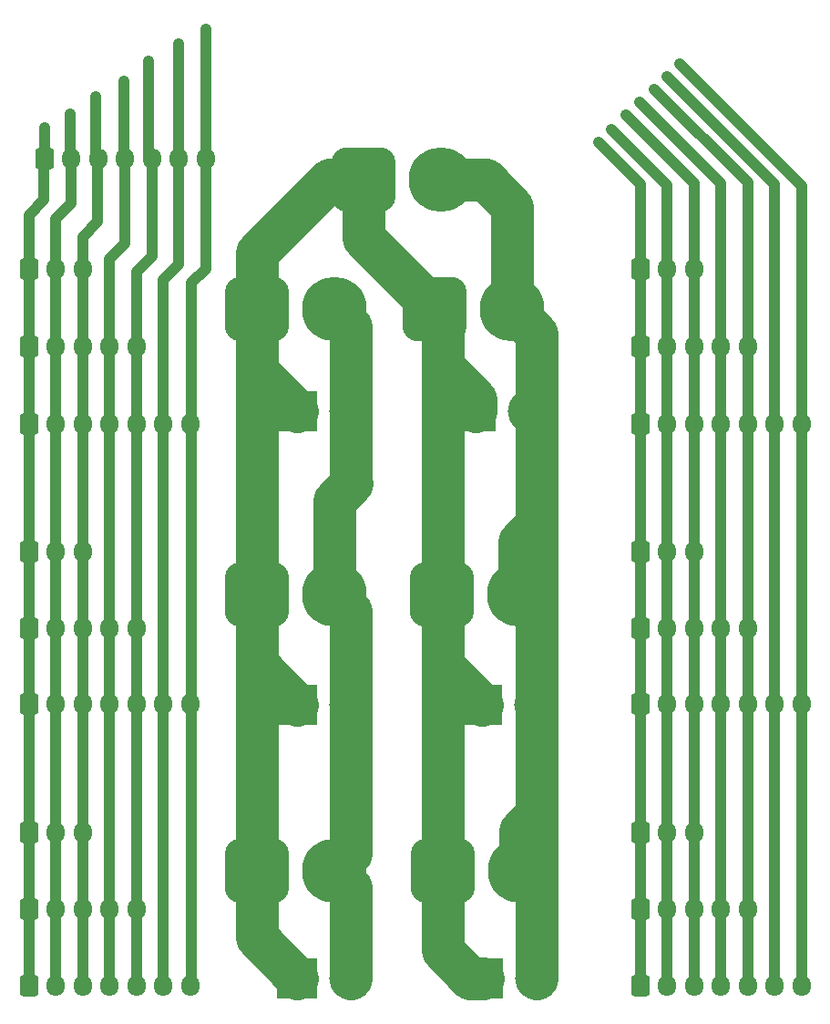
<source format=gbr>
%TF.GenerationSoftware,KiCad,Pcbnew,(5.99.0-10650-gfdcc49d3ee)*%
%TF.CreationDate,2021-06-18T14:28:24+02:00*%
%TF.ProjectId,lipo_parallel_board,6c69706f-5f70-4617-9261-6c6c656c5f62,rev?*%
%TF.SameCoordinates,Original*%
%TF.FileFunction,Copper,L1,Top*%
%TF.FilePolarity,Positive*%
%FSLAX46Y46*%
G04 Gerber Fmt 4.6, Leading zero omitted, Abs format (unit mm)*
G04 Created by KiCad (PCBNEW (5.99.0-10650-gfdcc49d3ee)) date 2021-06-18 14:28:24*
%MOMM*%
%LPD*%
G01*
G04 APERTURE LIST*
G04 Aperture macros list*
%AMRoundRect*
0 Rectangle with rounded corners*
0 $1 Rounding radius*
0 $2 $3 $4 $5 $6 $7 $8 $9 X,Y pos of 4 corners*
0 Add a 4 corners polygon primitive as box body*
4,1,4,$2,$3,$4,$5,$6,$7,$8,$9,$2,$3,0*
0 Add four circle primitives for the rounded corners*
1,1,$1+$1,$2,$3*
1,1,$1+$1,$4,$5*
1,1,$1+$1,$6,$7*
1,1,$1+$1,$8,$9*
0 Add four rect primitives between the rounded corners*
20,1,$1+$1,$2,$3,$4,$5,0*
20,1,$1+$1,$4,$5,$6,$7,0*
20,1,$1+$1,$6,$7,$8,$9,0*
20,1,$1+$1,$8,$9,$2,$3,0*%
G04 Aperture macros list end*
%TA.AperFunction,ComponentPad*%
%ADD10RoundRect,0.250000X-0.600000X-0.725000X0.600000X-0.725000X0.600000X0.725000X-0.600000X0.725000X0*%
%TD*%
%TA.AperFunction,ComponentPad*%
%ADD11O,1.700000X1.950000*%
%TD*%
%TA.AperFunction,ComponentPad*%
%ADD12RoundRect,1.500000X-1.500000X-1.500000X1.500000X-1.500000X1.500000X1.500000X-1.500000X1.500000X0*%
%TD*%
%TA.AperFunction,ComponentPad*%
%ADD13C,6.000000*%
%TD*%
%TA.AperFunction,ComponentPad*%
%ADD14R,3.800000X3.800000*%
%TD*%
%TA.AperFunction,ComponentPad*%
%ADD15C,4.000000*%
%TD*%
%TA.AperFunction,ViaPad*%
%ADD16C,1.000000*%
%TD*%
%TA.AperFunction,Conductor*%
%ADD17C,1.000000*%
%TD*%
%TA.AperFunction,Conductor*%
%ADD18C,4.000000*%
%TD*%
G04 APERTURE END LIST*
D10*
%TO.P,J2,1,Pin_1*%
%TO.N,Net-(J1-Pad1)*%
X154552000Y-116700000D03*
D11*
%TO.P,J2,2,Pin_2*%
%TO.N,Net-(J1-Pad2)*%
X157052000Y-116700000D03*
%TO.P,J2,3,Pin_3*%
%TO.N,Net-(J1-Pad3)*%
X159552000Y-116700000D03*
%TD*%
D10*
%TO.P,J3,1,Pin_1*%
%TO.N,Net-(J1-Pad1)*%
X97750000Y-64397400D03*
D11*
%TO.P,J3,2,Pin_2*%
%TO.N,Net-(J1-Pad2)*%
X100250000Y-64397400D03*
%TO.P,J3,3,Pin_3*%
%TO.N,Net-(J1-Pad3)*%
X102750000Y-64397400D03*
%TD*%
D12*
%TO.P,J15,1,Pin_1*%
%TO.N,Net-(J12-Pad1)*%
X136106400Y-94650000D03*
D13*
%TO.P,J15,2,Pin_2*%
%TO.N,Net-(J12-Pad2)*%
X143306400Y-94650000D03*
%TD*%
D12*
%TO.P,J25,1,Pin_1*%
%TO.N,Net-(J12-Pad1)*%
X118950000Y-68175000D03*
D13*
%TO.P,J25,2,Pin_2*%
%TO.N,Net-(J12-Pad2)*%
X126150000Y-68175000D03*
%TD*%
D10*
%TO.P,J30,1,Pin_1*%
%TO.N,Net-(J1-Pad1)*%
X154552000Y-97750000D03*
D11*
%TO.P,J30,2,Pin_2*%
%TO.N,Net-(J1-Pad2)*%
X157052000Y-97750000D03*
%TO.P,J30,3,Pin_3*%
%TO.N,Net-(J1-Pad3)*%
X159552000Y-97750000D03*
%TO.P,J30,4,Pin_4*%
%TO.N,Net-(J1-Pad4)*%
X162052000Y-97750000D03*
%TO.P,J30,5,Pin_5*%
%TO.N,Net-(J1-Pad5)*%
X164552000Y-97750000D03*
%TD*%
D10*
%TO.P,J22,1,Pin_1*%
%TO.N,Net-(J1-Pad1)*%
X154552000Y-130950000D03*
D11*
%TO.P,J22,2,Pin_2*%
%TO.N,Net-(J1-Pad2)*%
X157052000Y-130950000D03*
%TO.P,J22,3,Pin_3*%
%TO.N,Net-(J1-Pad3)*%
X159552000Y-130950000D03*
%TO.P,J22,4,Pin_4*%
%TO.N,Net-(J1-Pad4)*%
X162052000Y-130950000D03*
%TO.P,J22,5,Pin_5*%
%TO.N,Net-(J1-Pad5)*%
X164552000Y-130950000D03*
%TO.P,J22,6,Pin_6*%
%TO.N,Net-(J1-Pad6)*%
X167052000Y-130950000D03*
%TO.P,J22,7,Pin_7*%
%TO.N,Net-(J1-Pad7)*%
X169552000Y-130950000D03*
%TD*%
D10*
%TO.P,J31,1,Pin_1*%
%TO.N,Net-(J1-Pad1)*%
X97750000Y-104800000D03*
D11*
%TO.P,J31,2,Pin_2*%
%TO.N,Net-(J1-Pad2)*%
X100250000Y-104800000D03*
%TO.P,J31,3,Pin_3*%
%TO.N,Net-(J1-Pad3)*%
X102750000Y-104800000D03*
%TO.P,J31,4,Pin_4*%
%TO.N,Net-(J1-Pad4)*%
X105250000Y-104800000D03*
%TO.P,J31,5,Pin_5*%
%TO.N,Net-(J1-Pad5)*%
X107750000Y-104800000D03*
%TO.P,J31,6,Pin_6*%
%TO.N,Net-(J1-Pad6)*%
X110250000Y-104800000D03*
%TO.P,J31,7,Pin_7*%
%TO.N,Net-(J1-Pad7)*%
X112750000Y-104800000D03*
%TD*%
D14*
%TO.P,J8,1,Pin_1*%
%TO.N,Net-(J12-Pad1)*%
X139219800Y-77625000D03*
D15*
%TO.P,J8,2,Pin_2*%
%TO.N,Net-(J12-Pad2)*%
X144219800Y-77625000D03*
%TD*%
D10*
%TO.P,J26,1,Pin_1*%
%TO.N,Net-(J1-Pad1)*%
X97750000Y-116700000D03*
D11*
%TO.P,J26,2,Pin_2*%
%TO.N,Net-(J1-Pad2)*%
X100250000Y-116700000D03*
%TO.P,J26,3,Pin_3*%
%TO.N,Net-(J1-Pad3)*%
X102750000Y-116700000D03*
%TD*%
D12*
%TO.P,J9,1,Pin_1*%
%TO.N,Net-(J12-Pad1)*%
X136170800Y-120250000D03*
D13*
%TO.P,J9,2,Pin_2*%
%TO.N,Net-(J12-Pad2)*%
X143370800Y-120250000D03*
%TD*%
D12*
%TO.P,J28,1,Pin_1*%
%TO.N,Net-(J12-Pad1)*%
X128850000Y-56125000D03*
D13*
%TO.P,J28,2,Pin_2*%
%TO.N,Net-(J12-Pad2)*%
X136050000Y-56125000D03*
%TD*%
D12*
%TO.P,J19,1,Pin_1*%
%TO.N,Net-(J12-Pad1)*%
X135469800Y-68175000D03*
D13*
%TO.P,J19,2,Pin_2*%
%TO.N,Net-(J12-Pad2)*%
X142669800Y-68175000D03*
%TD*%
D10*
%TO.P,J27,1,Pin_1*%
%TO.N,Net-(J1-Pad1)*%
X97750000Y-90700000D03*
D11*
%TO.P,J27,2,Pin_2*%
%TO.N,Net-(J1-Pad2)*%
X100250000Y-90700000D03*
%TO.P,J27,3,Pin_3*%
%TO.N,Net-(J1-Pad3)*%
X102750000Y-90700000D03*
%TD*%
D14*
%TO.P,J18,1,Pin_1*%
%TO.N,Net-(J12-Pad1)*%
X122700000Y-77625000D03*
D15*
%TO.P,J18,2,Pin_2*%
%TO.N,Net-(J12-Pad2)*%
X127700000Y-77625000D03*
%TD*%
D10*
%TO.P,J23,1,Pin_1*%
%TO.N,Net-(J1-Pad1)*%
X154552000Y-78773800D03*
D11*
%TO.P,J23,2,Pin_2*%
%TO.N,Net-(J1-Pad2)*%
X157052000Y-78773800D03*
%TO.P,J23,3,Pin_3*%
%TO.N,Net-(J1-Pad3)*%
X159552000Y-78773800D03*
%TO.P,J23,4,Pin_4*%
%TO.N,Net-(J1-Pad4)*%
X162052000Y-78773800D03*
%TO.P,J23,5,Pin_5*%
%TO.N,Net-(J1-Pad5)*%
X164552000Y-78773800D03*
%TO.P,J23,6,Pin_6*%
%TO.N,Net-(J1-Pad6)*%
X167052000Y-78773800D03*
%TO.P,J23,7,Pin_7*%
%TO.N,Net-(J1-Pad7)*%
X169552000Y-78773800D03*
%TD*%
D10*
%TO.P,J16,1,Pin_1*%
%TO.N,Net-(J1-Pad1)*%
X154552000Y-71636400D03*
D11*
%TO.P,J16,2,Pin_2*%
%TO.N,Net-(J1-Pad2)*%
X157052000Y-71636400D03*
%TO.P,J16,3,Pin_3*%
%TO.N,Net-(J1-Pad3)*%
X159552000Y-71636400D03*
%TO.P,J16,4,Pin_4*%
%TO.N,Net-(J1-Pad4)*%
X162052000Y-71636400D03*
%TO.P,J16,5,Pin_5*%
%TO.N,Net-(J1-Pad5)*%
X164552000Y-71636400D03*
%TD*%
D10*
%TO.P,J4,1,Pin_1*%
%TO.N,Net-(J1-Pad1)*%
X154552000Y-123825000D03*
D11*
%TO.P,J4,2,Pin_2*%
%TO.N,Net-(J1-Pad2)*%
X157052000Y-123825000D03*
%TO.P,J4,3,Pin_3*%
%TO.N,Net-(J1-Pad3)*%
X159552000Y-123825000D03*
%TO.P,J4,4,Pin_4*%
%TO.N,Net-(J1-Pad4)*%
X162052000Y-123825000D03*
%TO.P,J4,5,Pin_5*%
%TO.N,Net-(J1-Pad5)*%
X164552000Y-123825000D03*
%TD*%
D10*
%TO.P,J32,1,Pin_1*%
%TO.N,Net-(J1-Pad1)*%
X154552000Y-104800000D03*
D11*
%TO.P,J32,2,Pin_2*%
%TO.N,Net-(J1-Pad2)*%
X157052000Y-104800000D03*
%TO.P,J32,3,Pin_3*%
%TO.N,Net-(J1-Pad3)*%
X159552000Y-104800000D03*
%TO.P,J32,4,Pin_4*%
%TO.N,Net-(J1-Pad4)*%
X162052000Y-104800000D03*
%TO.P,J32,5,Pin_5*%
%TO.N,Net-(J1-Pad5)*%
X164552000Y-104800000D03*
%TO.P,J32,6,Pin_6*%
%TO.N,Net-(J1-Pad6)*%
X167052000Y-104800000D03*
%TO.P,J32,7,Pin_7*%
%TO.N,Net-(J1-Pad7)*%
X169552000Y-104800000D03*
%TD*%
D12*
%TO.P,J21,1,Pin_1*%
%TO.N,Net-(J12-Pad1)*%
X118950000Y-94650000D03*
D13*
%TO.P,J21,2,Pin_2*%
%TO.N,Net-(J12-Pad2)*%
X126150000Y-94650000D03*
%TD*%
D10*
%TO.P,J1,1,Pin_1*%
%TO.N,Net-(J1-Pad1)*%
X99175000Y-54150000D03*
D11*
%TO.P,J1,2,Pin_2*%
%TO.N,Net-(J1-Pad2)*%
X101675000Y-54150000D03*
%TO.P,J1,3,Pin_3*%
%TO.N,Net-(J1-Pad3)*%
X104175000Y-54150000D03*
%TO.P,J1,4,Pin_4*%
%TO.N,Net-(J1-Pad4)*%
X106675000Y-54150000D03*
%TO.P,J1,5,Pin_5*%
%TO.N,Net-(J1-Pad5)*%
X109175000Y-54150000D03*
%TO.P,J1,6,Pin_6*%
%TO.N,Net-(J1-Pad6)*%
X111675000Y-54150000D03*
%TO.P,J1,7,Pin_7*%
%TO.N,Net-(J1-Pad7)*%
X114175000Y-54150000D03*
%TD*%
D12*
%TO.P,J13,1,Pin_1*%
%TO.N,Net-(J12-Pad1)*%
X118950000Y-120250000D03*
D13*
%TO.P,J13,2,Pin_2*%
%TO.N,Net-(J12-Pad2)*%
X126150000Y-120250000D03*
%TD*%
D14*
%TO.P,J20,1,Pin_1*%
%TO.N,Net-(J12-Pad1)*%
X139856400Y-104843600D03*
D15*
%TO.P,J20,2,Pin_2*%
%TO.N,Net-(J12-Pad2)*%
X144856400Y-104843600D03*
%TD*%
D14*
%TO.P,J12,1,Pin_1*%
%TO.N,Net-(J12-Pad1)*%
X122700000Y-130250000D03*
D15*
%TO.P,J12,2,Pin_2*%
%TO.N,Net-(J12-Pad2)*%
X127700000Y-130250000D03*
%TD*%
D10*
%TO.P,J29,1,Pin_1*%
%TO.N,Net-(J1-Pad1)*%
X97750000Y-123825000D03*
D11*
%TO.P,J29,2,Pin_2*%
%TO.N,Net-(J1-Pad2)*%
X100250000Y-123825000D03*
%TO.P,J29,3,Pin_3*%
%TO.N,Net-(J1-Pad3)*%
X102750000Y-123825000D03*
%TO.P,J29,4,Pin_4*%
%TO.N,Net-(J1-Pad4)*%
X105250000Y-123825000D03*
%TO.P,J29,5,Pin_5*%
%TO.N,Net-(J1-Pad5)*%
X107750000Y-123825000D03*
%TD*%
D14*
%TO.P,J14,1,Pin_1*%
%TO.N,Net-(J12-Pad1)*%
X122700000Y-104843600D03*
D15*
%TO.P,J14,2,Pin_2*%
%TO.N,Net-(J12-Pad2)*%
X127700000Y-104843600D03*
%TD*%
D10*
%TO.P,J17,1,Pin_1*%
%TO.N,Net-(J1-Pad1)*%
X97750000Y-97750000D03*
D11*
%TO.P,J17,2,Pin_2*%
%TO.N,Net-(J1-Pad2)*%
X100250000Y-97750000D03*
%TO.P,J17,3,Pin_3*%
%TO.N,Net-(J1-Pad3)*%
X102750000Y-97750000D03*
%TO.P,J17,4,Pin_4*%
%TO.N,Net-(J1-Pad4)*%
X105250000Y-97750000D03*
%TO.P,J17,5,Pin_5*%
%TO.N,Net-(J1-Pad5)*%
X107750000Y-97750000D03*
%TD*%
D10*
%TO.P,J6,1,Pin_1*%
%TO.N,Net-(J1-Pad1)*%
X97750000Y-130950000D03*
D11*
%TO.P,J6,2,Pin_2*%
%TO.N,Net-(J1-Pad2)*%
X100250000Y-130950000D03*
%TO.P,J6,3,Pin_3*%
%TO.N,Net-(J1-Pad3)*%
X102750000Y-130950000D03*
%TO.P,J6,4,Pin_4*%
%TO.N,Net-(J1-Pad4)*%
X105250000Y-130950000D03*
%TO.P,J6,5,Pin_5*%
%TO.N,Net-(J1-Pad5)*%
X107750000Y-130950000D03*
%TO.P,J6,6,Pin_6*%
%TO.N,Net-(J1-Pad6)*%
X110250000Y-130950000D03*
%TO.P,J6,7,Pin_7*%
%TO.N,Net-(J1-Pad7)*%
X112750000Y-130950000D03*
%TD*%
D10*
%TO.P,J7,1,Pin_1*%
%TO.N,Net-(J1-Pad1)*%
X97750000Y-78773800D03*
D11*
%TO.P,J7,2,Pin_2*%
%TO.N,Net-(J1-Pad2)*%
X100250000Y-78773800D03*
%TO.P,J7,3,Pin_3*%
%TO.N,Net-(J1-Pad3)*%
X102750000Y-78773800D03*
%TO.P,J7,4,Pin_4*%
%TO.N,Net-(J1-Pad4)*%
X105250000Y-78773800D03*
%TO.P,J7,5,Pin_5*%
%TO.N,Net-(J1-Pad5)*%
X107750000Y-78773800D03*
%TO.P,J7,6,Pin_6*%
%TO.N,Net-(J1-Pad6)*%
X110250000Y-78773800D03*
%TO.P,J7,7,Pin_7*%
%TO.N,Net-(J1-Pad7)*%
X112750000Y-78773800D03*
%TD*%
D10*
%TO.P,J5,1,Pin_1*%
%TO.N,Net-(J1-Pad1)*%
X97750000Y-71636400D03*
D11*
%TO.P,J5,2,Pin_2*%
%TO.N,Net-(J1-Pad2)*%
X100250000Y-71636400D03*
%TO.P,J5,3,Pin_3*%
%TO.N,Net-(J1-Pad3)*%
X102750000Y-71636400D03*
%TO.P,J5,4,Pin_4*%
%TO.N,Net-(J1-Pad4)*%
X105250000Y-71636400D03*
%TO.P,J5,5,Pin_5*%
%TO.N,Net-(J1-Pad5)*%
X107750000Y-71636400D03*
%TD*%
D14*
%TO.P,J24,1,Pin_1*%
%TO.N,Net-(J12-Pad1)*%
X139920800Y-130250000D03*
D15*
%TO.P,J24,2,Pin_2*%
%TO.N,Net-(J12-Pad2)*%
X144920800Y-130250000D03*
%TD*%
D10*
%TO.P,J10,1,Pin_1*%
%TO.N,Net-(J1-Pad1)*%
X154552000Y-64397400D03*
D11*
%TO.P,J10,2,Pin_2*%
%TO.N,Net-(J1-Pad2)*%
X157052000Y-64397400D03*
%TO.P,J10,3,Pin_3*%
%TO.N,Net-(J1-Pad3)*%
X159552000Y-64397400D03*
%TD*%
D10*
%TO.P,J11,1,Pin_1*%
%TO.N,Net-(J1-Pad1)*%
X154552000Y-90700000D03*
D11*
%TO.P,J11,2,Pin_2*%
%TO.N,Net-(J1-Pad2)*%
X157052000Y-90700000D03*
%TO.P,J11,3,Pin_3*%
%TO.N,Net-(J1-Pad3)*%
X159552000Y-90700000D03*
%TD*%
D16*
%TO.N,Net-(J1-Pad1)*%
X150650000Y-52650000D03*
X99175000Y-51325000D03*
%TO.N,Net-(J1-Pad2)*%
X101575000Y-50025000D03*
X151850000Y-51450000D03*
%TO.N,Net-(J1-Pad3)*%
X153225000Y-50125000D03*
X103975000Y-48375000D03*
%TO.N,Net-(J1-Pad4)*%
X106550000Y-46975000D03*
X154500000Y-48925000D03*
%TO.N,Net-(J1-Pad5)*%
X108900000Y-45075000D03*
X155875000Y-47725000D03*
%TO.N,Net-(J1-Pad6)*%
X157075000Y-46525000D03*
X111675000Y-43500000D03*
%TO.N,Net-(J1-Pad7)*%
X114225000Y-42150000D03*
X158200000Y-45325000D03*
%TD*%
D17*
%TO.N,Net-(J1-Pad1)*%
X154552000Y-56552000D02*
X154552000Y-64397400D01*
X150650000Y-52650000D02*
X154552000Y-56552000D01*
X99175000Y-51325000D02*
X99175000Y-54150000D01*
X97750000Y-130950000D02*
X97750000Y-59400000D01*
X154552000Y-130950000D02*
X154552000Y-64397400D01*
X99150000Y-54175000D02*
X99175000Y-54150000D01*
X97750000Y-59400000D02*
X99150000Y-58000000D01*
X99150000Y-58000000D02*
X99150000Y-54175000D01*
%TO.N,Net-(J1-Pad2)*%
X157052000Y-56652000D02*
X157052000Y-64397400D01*
X101575000Y-50025000D02*
X101575000Y-54050000D01*
X100250000Y-59775000D02*
X101675000Y-58350000D01*
X100250000Y-130950000D02*
X100250000Y-59775000D01*
X101675000Y-58350000D02*
X101675000Y-54150000D01*
X101575000Y-54050000D02*
X101675000Y-54150000D01*
X157052000Y-130950000D02*
X157052000Y-64397400D01*
X151850000Y-51450000D02*
X157052000Y-56652000D01*
%TO.N,Net-(J1-Pad3)*%
X102750000Y-130950000D02*
X102750000Y-61450000D01*
X103975000Y-48375000D02*
X103975000Y-53950000D01*
X103975000Y-53950000D02*
X104175000Y-54150000D01*
X104150000Y-60050000D02*
X104150000Y-54175000D01*
X102750000Y-61450000D02*
X104150000Y-60050000D01*
X159552000Y-130950000D02*
X159552000Y-64397400D01*
X159552000Y-56452000D02*
X159552000Y-64397400D01*
X104150000Y-54175000D02*
X104175000Y-54150000D01*
X153225000Y-50125000D02*
X159552000Y-56452000D01*
%TO.N,Net-(J1-Pad4)*%
X106550000Y-54025000D02*
X106675000Y-54150000D01*
X106550000Y-46975000D02*
X106550000Y-54025000D01*
X106675000Y-62050000D02*
X106675000Y-54150000D01*
X162052000Y-56477000D02*
X162052000Y-71636400D01*
X162052000Y-130950000D02*
X162052000Y-71636400D01*
X105250000Y-63475000D02*
X106675000Y-62050000D01*
X105250000Y-130950000D02*
X105250000Y-63475000D01*
X154500000Y-48925000D02*
X162052000Y-56477000D01*
%TO.N,Net-(J1-Pad5)*%
X164552000Y-56402000D02*
X164552000Y-71636400D01*
X107750000Y-130950000D02*
X107750000Y-64675000D01*
X108900000Y-53875000D02*
X109175000Y-54150000D01*
X108900000Y-45075000D02*
X108900000Y-53875000D01*
X109175000Y-63250000D02*
X109175000Y-54150000D01*
X164552000Y-130950000D02*
X164552000Y-71636400D01*
X155875000Y-47725000D02*
X164552000Y-56402000D01*
X107750000Y-64675000D02*
X109175000Y-63250000D01*
%TO.N,Net-(J1-Pad6)*%
X110250000Y-65400000D02*
X111675000Y-63975000D01*
X167052000Y-56502000D02*
X167052000Y-78773800D01*
X111675000Y-54150000D02*
X111675000Y-43500000D01*
X110250000Y-130950000D02*
X110250000Y-65400000D01*
X157075000Y-46525000D02*
X167052000Y-56502000D01*
X167052000Y-130950000D02*
X167052000Y-78773800D01*
X111675000Y-63975000D02*
X111675000Y-54150000D01*
%TO.N,Net-(J1-Pad7)*%
X114175000Y-64350000D02*
X114175000Y-54150000D01*
X158200000Y-45325000D02*
X169552000Y-56677000D01*
X112750000Y-130950000D02*
X112874520Y-130825480D01*
X114200000Y-64375000D02*
X114175000Y-64350000D01*
X114175000Y-42200000D02*
X114175000Y-54150000D01*
X112874520Y-130825480D02*
X112874520Y-65700480D01*
X114225000Y-42150000D02*
X114175000Y-42200000D01*
X169552000Y-130950000D02*
X169552000Y-78773800D01*
X169552000Y-56677000D02*
X169552000Y-78773800D01*
X112874520Y-65700480D02*
X114200000Y-64375000D01*
D18*
%TO.N,Net-(J12-Pad1)*%
X118950000Y-62850000D02*
X125675000Y-56125000D01*
X139219800Y-77625000D02*
X139219800Y-76494800D01*
X118950000Y-120250000D02*
X118950000Y-68175000D01*
X136170800Y-127670800D02*
X136170800Y-120250000D01*
X122700000Y-104843600D02*
X118950000Y-101093600D01*
X139856400Y-104843600D02*
X139810200Y-104843600D01*
X139920800Y-130250000D02*
X138750000Y-130250000D01*
X122700000Y-77625000D02*
X118950000Y-73875000D01*
X135469800Y-68175000D02*
X128850000Y-61555200D01*
X128850000Y-61555200D02*
X128850000Y-56125000D01*
X122700000Y-130250000D02*
X118950000Y-126500000D01*
X136170800Y-101204200D02*
X136170800Y-73445800D01*
X138750000Y-130250000D02*
X136170800Y-127670800D01*
X125675000Y-56125000D02*
X128850000Y-56125000D01*
X118950000Y-68175000D02*
X118950000Y-62850000D01*
X118950000Y-73875000D02*
X118950000Y-68175000D01*
X118950000Y-101093600D02*
X118950000Y-94650000D01*
X136170800Y-120250000D02*
X136170800Y-101204200D01*
X139219800Y-76494800D02*
X136170800Y-73445800D01*
X136170800Y-68876000D02*
X135469800Y-68175000D01*
X118950000Y-126500000D02*
X118950000Y-120250000D01*
X136170800Y-73445800D02*
X136170800Y-68876000D01*
X139810200Y-104843600D02*
X136170800Y-101204200D01*
%TO.N,Net-(J12-Pad2)*%
X143306400Y-89718600D02*
X144920800Y-88104200D01*
X127700000Y-130250000D02*
X127700000Y-121800000D01*
X127700000Y-96200000D02*
X126150000Y-94650000D01*
X127700000Y-118700000D02*
X127700000Y-104843600D01*
X143306400Y-94650000D02*
X143306400Y-89718600D01*
X126150000Y-94650000D02*
X126150000Y-85900000D01*
X126150000Y-120250000D02*
X127700000Y-118700000D01*
X126150000Y-85900000D02*
X127775000Y-84275000D01*
X144920800Y-88104200D02*
X144920800Y-70426000D01*
X144920800Y-70426000D02*
X142669800Y-68175000D01*
X140175000Y-56125000D02*
X136050000Y-56125000D01*
X143370800Y-116579200D02*
X144920800Y-115029200D01*
X127775000Y-84275000D02*
X127700000Y-84200000D01*
X143370800Y-120250000D02*
X143370800Y-116579200D01*
X127700000Y-104843600D02*
X127700000Y-96200000D01*
X142669800Y-58619800D02*
X140175000Y-56125000D01*
X144920800Y-115029200D02*
X144920800Y-88104200D01*
X127700000Y-69725000D02*
X126150000Y-68175000D01*
X127700000Y-121800000D02*
X126150000Y-120250000D01*
X127700000Y-77625000D02*
X127700000Y-69725000D01*
X144920800Y-130250000D02*
X144920800Y-115029200D01*
X127700000Y-84200000D02*
X127700000Y-77625000D01*
X142669800Y-68175000D02*
X142669800Y-58619800D01*
%TD*%
M02*

</source>
